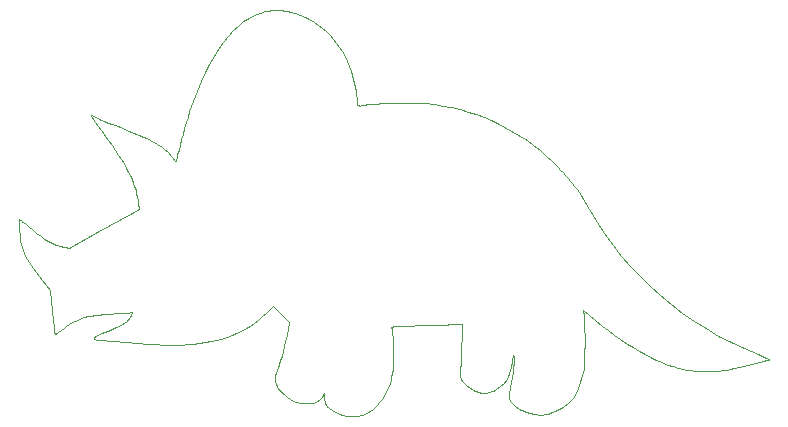
<source format=gbr>
%TF.GenerationSoftware,KiCad,Pcbnew,8.0.6+1*%
%TF.CreationDate,2024-12-11T00:22:32+00:00*%
%TF.ProjectId,Dino-Blinker,44696e6f-2d42-46c6-996e-6b65722e6b69,rev?*%
%TF.SameCoordinates,Original*%
%TF.FileFunction,Profile,NP*%
%FSLAX46Y46*%
G04 Gerber Fmt 4.6, Leading zero omitted, Abs format (unit mm)*
G04 Created by KiCad (PCBNEW 8.0.6+1) date 2024-12-11 00:22:32*
%MOMM*%
%LPD*%
G01*
G04 APERTURE LIST*
%TA.AperFunction,Profile*%
%ADD10C,0.100000*%
%TD*%
G04 APERTURE END LIST*
D10*
X134620000Y-82550000D02*
X134783517Y-82558090D01*
X134947521Y-82571343D01*
X135111472Y-82589726D01*
X135274833Y-82613202D01*
X135437065Y-82641737D01*
X135597631Y-82675296D01*
X135755992Y-82713844D01*
X135911610Y-82757345D01*
X136063947Y-82805765D01*
X136482128Y-82960554D01*
X136885278Y-83137059D01*
X137273113Y-83334986D01*
X137645349Y-83554038D01*
X138001704Y-83793923D01*
X138341893Y-84054343D01*
X138665634Y-84335005D01*
X138972642Y-84635614D01*
X139262633Y-84955875D01*
X139535325Y-85295492D01*
X139790434Y-85654171D01*
X140027676Y-86031618D01*
X140246768Y-86427536D01*
X140447425Y-86841632D01*
X140629366Y-87273611D01*
X140792305Y-87723176D01*
X140881274Y-88013222D01*
X140969275Y-88344099D01*
X141052976Y-88698964D01*
X141129050Y-89060975D01*
X141194166Y-89413287D01*
X141244996Y-89739057D01*
X141278211Y-90021442D01*
X141287172Y-90141101D01*
X141290481Y-90243598D01*
X141290982Y-90321791D01*
X141292810Y-90389981D01*
X141294664Y-90420460D01*
X141297379Y-90448598D01*
X141301133Y-90474451D01*
X141306101Y-90498072D01*
X141312461Y-90519514D01*
X141320388Y-90538831D01*
X141330060Y-90556077D01*
X141341653Y-90571305D01*
X141355344Y-90584569D01*
X141371308Y-90595922D01*
X141389724Y-90605419D01*
X141410766Y-90613113D01*
X141434613Y-90619057D01*
X141461440Y-90623306D01*
X141491423Y-90625912D01*
X141524741Y-90626930D01*
X141561568Y-90626413D01*
X141602082Y-90624415D01*
X141646459Y-90620989D01*
X141694876Y-90616190D01*
X141804536Y-90602684D01*
X141932473Y-90584326D01*
X142248830Y-90534772D01*
X142497460Y-90500864D01*
X142787745Y-90471077D01*
X143469083Y-90423995D01*
X144244449Y-90393786D01*
X145065449Y-90380707D01*
X145883689Y-90385018D01*
X146650775Y-90406977D01*
X147318311Y-90446844D01*
X147599625Y-90473573D01*
X147837904Y-90504877D01*
X148575811Y-90633060D01*
X149298022Y-90784256D01*
X150004642Y-90958516D01*
X150695775Y-91155890D01*
X151371526Y-91376429D01*
X152032000Y-91620184D01*
X152677300Y-91887205D01*
X153307531Y-92177544D01*
X153922799Y-92491250D01*
X154523207Y-92828375D01*
X155108861Y-93188969D01*
X155679864Y-93573083D01*
X156236321Y-93980768D01*
X156778337Y-94412075D01*
X157306016Y-94867054D01*
X157819463Y-95345755D01*
X158066437Y-95588148D01*
X158301732Y-95825695D01*
X158526416Y-96059774D01*
X158741555Y-96291765D01*
X158948217Y-96523047D01*
X159147467Y-96754999D01*
X159340372Y-96989000D01*
X159528001Y-97226429D01*
X159711418Y-97468665D01*
X159891691Y-97717087D01*
X160069887Y-97973074D01*
X160247073Y-98238006D01*
X160424315Y-98513262D01*
X160602680Y-98800219D01*
X160967046Y-99414759D01*
X161590605Y-100446564D01*
X162251777Y-101444810D01*
X162950122Y-102409120D01*
X163685200Y-103339114D01*
X164456569Y-104234412D01*
X165263791Y-105094637D01*
X166106425Y-105919407D01*
X166984030Y-106708345D01*
X167896166Y-107461071D01*
X168842394Y-108177205D01*
X169822273Y-108856369D01*
X170835362Y-109498183D01*
X171881221Y-110102269D01*
X172959411Y-110668246D01*
X174069490Y-111195736D01*
X175211019Y-111684359D01*
X175414526Y-111768009D01*
X175602118Y-111847359D01*
X175769850Y-111920581D01*
X175913778Y-111985842D01*
X176029960Y-112041313D01*
X176114452Y-112085162D01*
X176163310Y-112115560D01*
X176173144Y-112125142D01*
X176174196Y-112128429D01*
X176172590Y-112130675D01*
X176026093Y-112178321D01*
X175699462Y-112267429D01*
X174716530Y-112517748D01*
X173645275Y-112777064D01*
X173208238Y-112877420D01*
X172907175Y-112940812D01*
X172665861Y-112982788D01*
X172418421Y-113019186D01*
X172165916Y-113050004D01*
X171909407Y-113075244D01*
X171649956Y-113094904D01*
X171388623Y-113108983D01*
X170864561Y-113120399D01*
X170345711Y-113109488D01*
X170090895Y-113095658D01*
X169840565Y-113076245D01*
X169595785Y-113051248D01*
X169357615Y-113020667D01*
X169127117Y-112984501D01*
X168905351Y-112942750D01*
X168470328Y-112841350D01*
X168024038Y-112713559D01*
X167567115Y-112559742D01*
X167100194Y-112380265D01*
X166623908Y-112175492D01*
X166138892Y-111945790D01*
X165645780Y-111691522D01*
X165145207Y-111413056D01*
X164637805Y-111110756D01*
X164124210Y-110784988D01*
X163605055Y-110436117D01*
X163080975Y-110064508D01*
X162552603Y-109670527D01*
X162020575Y-109254539D01*
X161485524Y-108816910D01*
X160948084Y-108358004D01*
X160465292Y-107937087D01*
X160513929Y-108454960D01*
X160541634Y-108891229D01*
X160559475Y-109467123D01*
X160567838Y-110130034D01*
X160567112Y-110827351D01*
X160557685Y-111506467D01*
X160539946Y-112114771D01*
X160514282Y-112599656D01*
X160481081Y-112908511D01*
X160429648Y-113158404D01*
X160362167Y-113434741D01*
X160282327Y-113725775D01*
X160193820Y-114019759D01*
X160100338Y-114304945D01*
X160005572Y-114569586D01*
X159913212Y-114801935D01*
X159869089Y-114902329D01*
X159826952Y-114990245D01*
X159786187Y-115066688D01*
X159741314Y-115142811D01*
X159692486Y-115218510D01*
X159639855Y-115293680D01*
X159583574Y-115368217D01*
X159523796Y-115442016D01*
X159394360Y-115586979D01*
X159252770Y-115727735D01*
X159100250Y-115863445D01*
X158938021Y-115993272D01*
X158767308Y-116116381D01*
X158589332Y-116231933D01*
X158405317Y-116339092D01*
X158216485Y-116437020D01*
X158024060Y-116524881D01*
X157829264Y-116601837D01*
X157633320Y-116667052D01*
X157437451Y-116719689D01*
X157339926Y-116741029D01*
X157242880Y-116758910D01*
X157099625Y-116781195D01*
X157035154Y-116789723D01*
X156974363Y-116796478D01*
X156916434Y-116801437D01*
X156860551Y-116804577D01*
X156805894Y-116805876D01*
X156751646Y-116805312D01*
X156696990Y-116802861D01*
X156641107Y-116798501D01*
X156583181Y-116792210D01*
X156522393Y-116783965D01*
X156457925Y-116773743D01*
X156388959Y-116761521D01*
X156234266Y-116730990D01*
X156063780Y-116692700D01*
X155897611Y-116649337D01*
X155736219Y-116601155D01*
X155580067Y-116548410D01*
X155429615Y-116491356D01*
X155285326Y-116430249D01*
X155147662Y-116365344D01*
X155017083Y-116296897D01*
X154894051Y-116225161D01*
X154779029Y-116150393D01*
X154672477Y-116072848D01*
X154574858Y-115992781D01*
X154486633Y-115910446D01*
X154408263Y-115826100D01*
X154340211Y-115739997D01*
X154282938Y-115652392D01*
X154247816Y-115591044D01*
X154217368Y-115533944D01*
X154191590Y-115479748D01*
X154180451Y-115453319D01*
X154170479Y-115427113D01*
X154161673Y-115400961D01*
X154154032Y-115374696D01*
X154147556Y-115348150D01*
X154142245Y-115321154D01*
X154138098Y-115293541D01*
X154135115Y-115265144D01*
X154133295Y-115235793D01*
X154132639Y-115205322D01*
X154133145Y-115173562D01*
X154134814Y-115140345D01*
X154137644Y-115105504D01*
X154141636Y-115068871D01*
X154153102Y-114989555D01*
X154169209Y-114901055D01*
X154189954Y-114802027D01*
X154215333Y-114691129D01*
X154245343Y-114567017D01*
X154279981Y-114428347D01*
X154362808Y-114055781D01*
X154436105Y-113642776D01*
X154497392Y-113215094D01*
X154544190Y-112798498D01*
X154574021Y-112418750D01*
X154584404Y-112101612D01*
X154581529Y-111974572D01*
X154572863Y-111872846D01*
X154558095Y-111799654D01*
X154548326Y-111774764D01*
X154536916Y-111758216D01*
X154534353Y-111756521D01*
X154531605Y-111756350D01*
X154528682Y-111757669D01*
X154525591Y-111760443D01*
X154522341Y-111764638D01*
X154518940Y-111770221D01*
X154511720Y-111785413D01*
X154504000Y-111805744D01*
X154495845Y-111830942D01*
X154487325Y-111860734D01*
X154478505Y-111894847D01*
X154469455Y-111933008D01*
X154460240Y-111974944D01*
X154450930Y-112020382D01*
X154441590Y-112069050D01*
X154432289Y-112120674D01*
X154423095Y-112174981D01*
X154414074Y-112231699D01*
X154405294Y-112290555D01*
X154383799Y-112430081D01*
X154360170Y-112565771D01*
X154334454Y-112697487D01*
X154306696Y-112825095D01*
X154276942Y-112948457D01*
X154245239Y-113067437D01*
X154211634Y-113181899D01*
X154176171Y-113291706D01*
X154138898Y-113396723D01*
X154099859Y-113496813D01*
X154059103Y-113591840D01*
X154016674Y-113681667D01*
X153972619Y-113766158D01*
X153926984Y-113845176D01*
X153879816Y-113918587D01*
X153831159Y-113986252D01*
X153738113Y-114100992D01*
X153638753Y-114209821D01*
X153533674Y-114312443D01*
X153423470Y-114408559D01*
X153308733Y-114497872D01*
X153190058Y-114580085D01*
X153068038Y-114654899D01*
X152943267Y-114722017D01*
X152816339Y-114781141D01*
X152687847Y-114831974D01*
X152558384Y-114874216D01*
X152428544Y-114907572D01*
X152298922Y-114931743D01*
X152170109Y-114946432D01*
X152042701Y-114951340D01*
X151979710Y-114950033D01*
X151917291Y-114946170D01*
X151788453Y-114930264D01*
X151657491Y-114904115D01*
X151525366Y-114868336D01*
X151393038Y-114823543D01*
X151261469Y-114770352D01*
X151131617Y-114709377D01*
X151004444Y-114641235D01*
X150880911Y-114566540D01*
X150761977Y-114485907D01*
X150648603Y-114399952D01*
X150541750Y-114309291D01*
X150442378Y-114214538D01*
X150351448Y-114116308D01*
X150269919Y-114015218D01*
X150198753Y-113911882D01*
X150138910Y-113806916D01*
X150115779Y-113760797D01*
X150095592Y-113717906D01*
X150078268Y-113676617D01*
X150070656Y-113656066D01*
X150063731Y-113635304D01*
X150057483Y-113614130D01*
X150051901Y-113592341D01*
X150046977Y-113569731D01*
X150042700Y-113546100D01*
X150039060Y-113521242D01*
X150036049Y-113494955D01*
X150033655Y-113467035D01*
X150031869Y-113437280D01*
X150030682Y-113405486D01*
X150030083Y-113371449D01*
X150030611Y-113295835D01*
X150033374Y-113208812D01*
X150038295Y-113108753D01*
X150045295Y-112994032D01*
X150054295Y-112863022D01*
X150077982Y-112545632D01*
X150107411Y-112064773D01*
X150131447Y-111489643D01*
X150147615Y-110892439D01*
X150153436Y-110345357D01*
X150153043Y-109138196D01*
X149673483Y-109139664D01*
X149312433Y-109147831D01*
X148683880Y-109168984D01*
X146978040Y-109237416D01*
X145328228Y-109305850D01*
X144473322Y-109335169D01*
X144384497Y-109336378D01*
X144348094Y-109337761D01*
X144316654Y-109339890D01*
X144289896Y-109342935D01*
X144267538Y-109347066D01*
X144257921Y-109349592D01*
X144249298Y-109352452D01*
X144241634Y-109355669D01*
X144234894Y-109359264D01*
X144229042Y-109363258D01*
X144224044Y-109367671D01*
X144219863Y-109372526D01*
X144216466Y-109377844D01*
X144213816Y-109383645D01*
X144211878Y-109389951D01*
X144210618Y-109396784D01*
X144209999Y-109404164D01*
X144210547Y-109420652D01*
X144213239Y-109439584D01*
X144217794Y-109461131D01*
X144223930Y-109485463D01*
X144233501Y-109538666D01*
X144245617Y-109633354D01*
X144259782Y-109764232D01*
X144275506Y-109926007D01*
X144309655Y-110321071D01*
X144344120Y-110776194D01*
X144368109Y-111182707D01*
X144381172Y-111571393D01*
X144383134Y-111943073D01*
X144373820Y-112298566D01*
X144353058Y-112638690D01*
X144320672Y-112964265D01*
X144276490Y-113276110D01*
X144220336Y-113575044D01*
X144152036Y-113861886D01*
X144071418Y-114137455D01*
X143978306Y-114402571D01*
X143872527Y-114658052D01*
X143753907Y-114904718D01*
X143622271Y-115143388D01*
X143477446Y-115374881D01*
X143319257Y-115600016D01*
X143254149Y-115684909D01*
X143185732Y-115768653D01*
X143114197Y-115851086D01*
X143039737Y-115932045D01*
X142962544Y-116011367D01*
X142882810Y-116088890D01*
X142800727Y-116164449D01*
X142716486Y-116237883D01*
X142630280Y-116309029D01*
X142542302Y-116377723D01*
X142452742Y-116443803D01*
X142361793Y-116507106D01*
X142269647Y-116567469D01*
X142176496Y-116624729D01*
X142082532Y-116678723D01*
X141987947Y-116729289D01*
X141903366Y-116768117D01*
X141808856Y-116803022D01*
X141705590Y-116833933D01*
X141594740Y-116860782D01*
X141477478Y-116883499D01*
X141354978Y-116902015D01*
X141228411Y-116916260D01*
X141098949Y-116926166D01*
X140967766Y-116931663D01*
X140836034Y-116932682D01*
X140704924Y-116929153D01*
X140575610Y-116921008D01*
X140449264Y-116908176D01*
X140327059Y-116890589D01*
X140210166Y-116868178D01*
X140099758Y-116840872D01*
X140099723Y-116840872D01*
X140001939Y-116811525D01*
X139902885Y-116777801D01*
X139803214Y-116740075D01*
X139703576Y-116698725D01*
X139604621Y-116654129D01*
X139507000Y-116606664D01*
X139411364Y-116556705D01*
X139318364Y-116504632D01*
X139228650Y-116450819D01*
X139142873Y-116395646D01*
X139061684Y-116339488D01*
X138985733Y-116282723D01*
X138915671Y-116225728D01*
X138852148Y-116168879D01*
X138795816Y-116112555D01*
X138747326Y-116057131D01*
X138715159Y-116016730D01*
X138686536Y-115979163D01*
X138661255Y-115943739D01*
X138639112Y-115909764D01*
X138619906Y-115876546D01*
X138611341Y-115860003D01*
X138603434Y-115843390D01*
X138596161Y-115826619D01*
X138589494Y-115809605D01*
X138583410Y-115792259D01*
X138577883Y-115774496D01*
X138572888Y-115756229D01*
X138568399Y-115737371D01*
X138560840Y-115697537D01*
X138555002Y-115654300D01*
X138550685Y-115606968D01*
X138547684Y-115554847D01*
X138545799Y-115497245D01*
X138544826Y-115433467D01*
X138544563Y-115362822D01*
X138544154Y-115227400D01*
X138542305Y-115125768D01*
X138540598Y-115086855D01*
X138538238Y-115055467D01*
X138535128Y-115031298D01*
X138531171Y-115014040D01*
X138528844Y-115007907D01*
X138526268Y-115003386D01*
X138523432Y-115000440D01*
X138520324Y-114999029D01*
X138516930Y-114999115D01*
X138513239Y-115000661D01*
X138504917Y-115007975D01*
X138495259Y-115020664D01*
X138484169Y-115038421D01*
X138457302Y-115087908D01*
X138426368Y-115144844D01*
X138393806Y-115199528D01*
X138359607Y-115251964D01*
X138323759Y-115302157D01*
X138286254Y-115350110D01*
X138247081Y-115395827D01*
X138206231Y-115439312D01*
X138163692Y-115480569D01*
X138119456Y-115519602D01*
X138073511Y-115556415D01*
X138025849Y-115591012D01*
X137976459Y-115623396D01*
X137925332Y-115653572D01*
X137872456Y-115681543D01*
X137817822Y-115707314D01*
X137761421Y-115730889D01*
X137703241Y-115752270D01*
X137643274Y-115771463D01*
X137581509Y-115788471D01*
X137517936Y-115803298D01*
X137452545Y-115815949D01*
X137385326Y-115826426D01*
X137316269Y-115834734D01*
X137245364Y-115840877D01*
X137172601Y-115844859D01*
X137097970Y-115846683D01*
X137021461Y-115846354D01*
X136943064Y-115843875D01*
X136862770Y-115839251D01*
X136780567Y-115832485D01*
X136696446Y-115823582D01*
X136610397Y-115812544D01*
X136496381Y-115794905D01*
X136386456Y-115774192D01*
X136280284Y-115750242D01*
X136177524Y-115722888D01*
X136077840Y-115691965D01*
X135980892Y-115657308D01*
X135886341Y-115618751D01*
X135793849Y-115576130D01*
X135703078Y-115529278D01*
X135613689Y-115478031D01*
X135525342Y-115422224D01*
X135437700Y-115361690D01*
X135350424Y-115296265D01*
X135263175Y-115225783D01*
X135175614Y-115150079D01*
X135087404Y-115068988D01*
X134958645Y-114942061D01*
X134842578Y-114816705D01*
X134739123Y-114692647D01*
X134648202Y-114569614D01*
X134569734Y-114447337D01*
X134535146Y-114386396D01*
X134503642Y-114325542D01*
X134475212Y-114264741D01*
X134449845Y-114203958D01*
X134427533Y-114143161D01*
X134408265Y-114082314D01*
X134392031Y-114021384D01*
X134378822Y-113960338D01*
X134368627Y-113899140D01*
X134361437Y-113837757D01*
X134357241Y-113776156D01*
X134356031Y-113714302D01*
X134357795Y-113652160D01*
X134362524Y-113589698D01*
X134370208Y-113526881D01*
X134380838Y-113463676D01*
X134394403Y-113400048D01*
X134410893Y-113335963D01*
X134430299Y-113271387D01*
X134452610Y-113206287D01*
X134505911Y-113074378D01*
X134554607Y-112959429D01*
X134604762Y-112830993D01*
X134708565Y-112536859D01*
X134815557Y-112198365D01*
X134923974Y-111821906D01*
X135032051Y-111413871D01*
X135138025Y-110980654D01*
X135240132Y-110528647D01*
X135336609Y-110064240D01*
X135553436Y-108972834D01*
X134878847Y-108290940D01*
X134204258Y-107609048D01*
X133613941Y-108170811D01*
X133283356Y-108471713D01*
X132943561Y-108753780D01*
X132593970Y-109017246D01*
X132234001Y-109262344D01*
X131863069Y-109489307D01*
X131480591Y-109698368D01*
X131085982Y-109889761D01*
X130678660Y-110063719D01*
X130258040Y-110220474D01*
X129823539Y-110360260D01*
X129374572Y-110483311D01*
X128910556Y-110589859D01*
X128430908Y-110680137D01*
X127935043Y-110754380D01*
X127422377Y-110812819D01*
X126892328Y-110855689D01*
X126450755Y-110878615D01*
X125991115Y-110889552D01*
X125492987Y-110887729D01*
X124935951Y-110872377D01*
X124299585Y-110842724D01*
X123563469Y-110798002D01*
X122707182Y-110737440D01*
X121710302Y-110660268D01*
X119544026Y-110487725D01*
X119396078Y-110475277D01*
X119335069Y-110469255D01*
X119281980Y-110463081D01*
X119236264Y-110456543D01*
X119197379Y-110449427D01*
X119164780Y-110441520D01*
X119137923Y-110432607D01*
X119116263Y-110422476D01*
X119099257Y-110410912D01*
X119092328Y-110404526D01*
X119086360Y-110397703D01*
X119077028Y-110382634D01*
X119070717Y-110365491D01*
X119066883Y-110346063D01*
X119064982Y-110324134D01*
X119064469Y-110299491D01*
X119064790Y-110287413D01*
X119065815Y-110275697D01*
X119067634Y-110264291D01*
X119070338Y-110253142D01*
X119074018Y-110242198D01*
X119078765Y-110231407D01*
X119084670Y-110220716D01*
X119091825Y-110210072D01*
X119100319Y-110199424D01*
X119110244Y-110188719D01*
X119121692Y-110177904D01*
X119134752Y-110166928D01*
X119149516Y-110155737D01*
X119166075Y-110144279D01*
X119184520Y-110132502D01*
X119204942Y-110120354D01*
X119227431Y-110107782D01*
X119252079Y-110094734D01*
X119278976Y-110081156D01*
X119308215Y-110066998D01*
X119339885Y-110052206D01*
X119374077Y-110036729D01*
X119450394Y-110003506D01*
X119537892Y-109966911D01*
X119637300Y-109926524D01*
X119749345Y-109881926D01*
X119874755Y-109832698D01*
X120242220Y-109685101D01*
X120581720Y-109540498D01*
X120890221Y-109400431D01*
X121164690Y-109266443D01*
X121402093Y-109140078D01*
X121599396Y-109022878D01*
X121682061Y-108968198D01*
X121753564Y-108916387D01*
X121813525Y-108867640D01*
X121861564Y-108822148D01*
X121879663Y-108802534D01*
X121898299Y-108780970D01*
X121917330Y-108757675D01*
X121936616Y-108732867D01*
X121956016Y-108706763D01*
X121975388Y-108679583D01*
X121994592Y-108651544D01*
X122013486Y-108622865D01*
X122031931Y-108593764D01*
X122049783Y-108564459D01*
X122066904Y-108535168D01*
X122083150Y-108506109D01*
X122098383Y-108477501D01*
X122112460Y-108449562D01*
X122125241Y-108422510D01*
X122136584Y-108396563D01*
X122239153Y-108151019D01*
X121825899Y-108180047D01*
X121592370Y-108193916D01*
X121262015Y-108210220D01*
X120878778Y-108226927D01*
X120486604Y-108242003D01*
X120113068Y-108259852D01*
X119757412Y-108286440D01*
X119418475Y-108322170D01*
X119095096Y-108367449D01*
X118786114Y-108422679D01*
X118490365Y-108488266D01*
X118206690Y-108564615D01*
X117933926Y-108652130D01*
X117670911Y-108751215D01*
X117416485Y-108862275D01*
X117169485Y-108985715D01*
X116928750Y-109121939D01*
X116693118Y-109271352D01*
X116461427Y-109434359D01*
X116232517Y-109611363D01*
X116005225Y-109802769D01*
X115973221Y-109830343D01*
X115942118Y-109856231D01*
X115912077Y-109880339D01*
X115883260Y-109902572D01*
X115855827Y-109922834D01*
X115829939Y-109941031D01*
X115805756Y-109957067D01*
X115783441Y-109970846D01*
X115763152Y-109982275D01*
X115745053Y-109991257D01*
X115729302Y-109997697D01*
X115716062Y-110001501D01*
X115705493Y-110002572D01*
X115701261Y-110002054D01*
X115697756Y-110000816D01*
X115695000Y-109998848D01*
X115693012Y-109996138D01*
X115691813Y-109992673D01*
X115691422Y-109988442D01*
X115675310Y-109808082D01*
X115631172Y-109383214D01*
X115485787Y-108053860D01*
X115279763Y-106208848D01*
X114613966Y-105374955D01*
X114348941Y-105037639D01*
X114107814Y-104718832D01*
X113889643Y-104416359D01*
X113693490Y-104128044D01*
X113518415Y-103851715D01*
X113363478Y-103585196D01*
X113227739Y-103326313D01*
X113110258Y-103072892D01*
X113010095Y-102822758D01*
X112926312Y-102573737D01*
X112857967Y-102323655D01*
X112804121Y-102070337D01*
X112763834Y-101811608D01*
X112736167Y-101545295D01*
X112720180Y-101269223D01*
X112714932Y-100981217D01*
X112714469Y-100265645D01*
X112916704Y-100409648D01*
X112971089Y-100450077D01*
X113048426Y-100510027D01*
X113257578Y-100676885D01*
X113515400Y-100887006D01*
X113793136Y-101117175D01*
X114015477Y-101300586D01*
X114226204Y-101469198D01*
X114426468Y-101623628D01*
X114617423Y-101764493D01*
X114800219Y-101892409D01*
X114976010Y-102007993D01*
X115145948Y-102111864D01*
X115311184Y-102204637D01*
X115472871Y-102286929D01*
X115632162Y-102359359D01*
X115790208Y-102422542D01*
X115948162Y-102477096D01*
X116107175Y-102523637D01*
X116268401Y-102562783D01*
X116432991Y-102595151D01*
X116602098Y-102621358D01*
X116950924Y-102668746D01*
X119314077Y-101362464D01*
X122242196Y-99739041D01*
X122807164Y-99421899D01*
X122762439Y-98901478D01*
X122731172Y-98616384D01*
X122686006Y-98331497D01*
X122626240Y-98045351D01*
X122551175Y-97756482D01*
X122460111Y-97463424D01*
X122352346Y-97164714D01*
X122227182Y-96858884D01*
X122083917Y-96544471D01*
X121921852Y-96220009D01*
X121740286Y-95884033D01*
X121538520Y-95535078D01*
X121315853Y-95171679D01*
X121071584Y-94792370D01*
X120805014Y-94395688D01*
X120515442Y-93980166D01*
X120202169Y-93544339D01*
X119603495Y-92713303D01*
X119140094Y-92050887D01*
X118969849Y-91798583D01*
X118846296Y-91607241D01*
X118773728Y-91483128D01*
X118757904Y-91448242D01*
X118756435Y-91432514D01*
X118758560Y-91431279D01*
X118761832Y-91430650D01*
X118766219Y-91430613D01*
X118771691Y-91431156D01*
X118785765Y-91433931D01*
X118803807Y-91438874D01*
X118825568Y-91445882D01*
X118850801Y-91454854D01*
X118879259Y-91465689D01*
X118910693Y-91478286D01*
X118981499Y-91508360D01*
X119061238Y-91544262D01*
X119147929Y-91585184D01*
X119239590Y-91630312D01*
X119436048Y-91726091D01*
X119660277Y-91829442D01*
X119922123Y-91944462D01*
X120231433Y-92075254D01*
X120598054Y-92225916D01*
X121031832Y-92400549D01*
X122140249Y-92838130D01*
X122867981Y-93133943D01*
X123193836Y-93275531D01*
X123495976Y-93413938D01*
X123775619Y-93549939D01*
X124033984Y-93684308D01*
X124272290Y-93817818D01*
X124491755Y-93951244D01*
X124693599Y-94085359D01*
X124879039Y-94220938D01*
X125049296Y-94358753D01*
X125205588Y-94499580D01*
X125349132Y-94644192D01*
X125481150Y-94793364D01*
X125602858Y-94947868D01*
X125715476Y-95108479D01*
X125734359Y-95136397D01*
X125753160Y-95163001D01*
X125771763Y-95188174D01*
X125790051Y-95211802D01*
X125807908Y-95233769D01*
X125825218Y-95253961D01*
X125841863Y-95272263D01*
X125857728Y-95288560D01*
X125872697Y-95302735D01*
X125886652Y-95314676D01*
X125899477Y-95324265D01*
X125911056Y-95331389D01*
X125921272Y-95335932D01*
X125925833Y-95337199D01*
X125930010Y-95337779D01*
X125933787Y-95337655D01*
X125937152Y-95336815D01*
X125940088Y-95335243D01*
X125942582Y-95332925D01*
X125947663Y-95324853D01*
X125953781Y-95311622D01*
X125960854Y-95293528D01*
X125968800Y-95270870D01*
X125986985Y-95213054D01*
X126007678Y-95140558D01*
X126030224Y-95055768D01*
X126053969Y-94961067D01*
X126078256Y-94858842D01*
X126102429Y-94751477D01*
X126189779Y-94371641D01*
X126294781Y-93947219D01*
X126414148Y-93490021D01*
X126544594Y-93011856D01*
X126682832Y-92524536D01*
X126825576Y-92039869D01*
X126969540Y-91569667D01*
X127111435Y-91125739D01*
X127422651Y-90220707D01*
X127748004Y-89362851D01*
X128087043Y-88552769D01*
X128439316Y-87791057D01*
X128804371Y-87078313D01*
X129181754Y-86415135D01*
X129571014Y-85802120D01*
X129971699Y-85239866D01*
X130383356Y-84728970D01*
X130805533Y-84270029D01*
X131237777Y-83863642D01*
X131679637Y-83510405D01*
X132130660Y-83210916D01*
X132590394Y-82965773D01*
X133058386Y-82775573D01*
X133534185Y-82640914D01*
X133679234Y-82611873D01*
X133828535Y-82588242D01*
X133981551Y-82569985D01*
X134137744Y-82557067D01*
X134296575Y-82549454D01*
X134457506Y-82547110D01*
X134620000Y-82550000D01*
M02*

</source>
